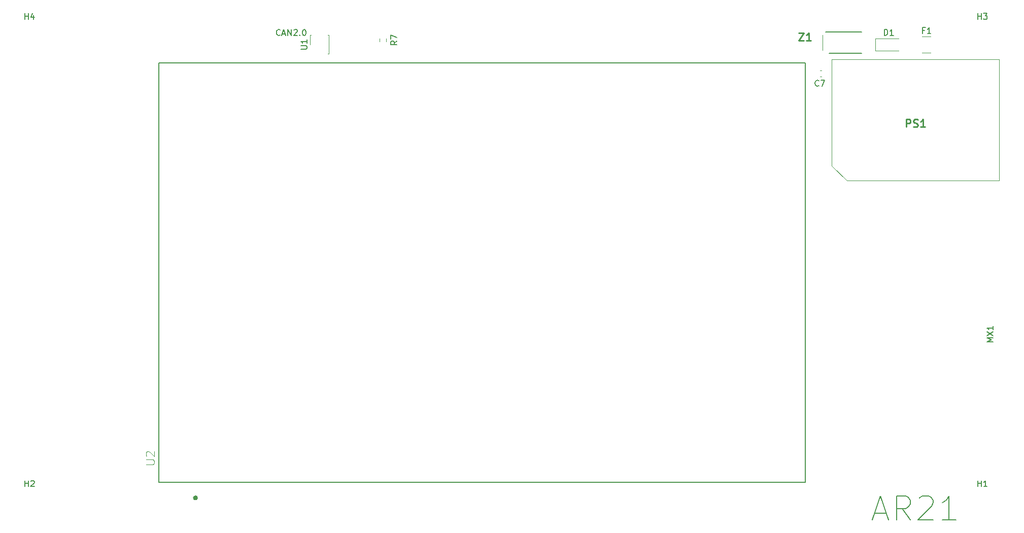
<source format=gbr>
%TF.GenerationSoftware,KiCad,Pcbnew,(5.1.8)-1*%
%TF.CreationDate,2021-01-17T18:30:32+01:00*%
%TF.ProjectId,teensy4_header_breakout,7465656e-7379-4345-9f68-65616465725f,rev?*%
%TF.SameCoordinates,Original*%
%TF.FileFunction,Legend,Top*%
%TF.FilePolarity,Positive*%
%FSLAX46Y46*%
G04 Gerber Fmt 4.6, Leading zero omitted, Abs format (unit mm)*
G04 Created by KiCad (PCBNEW (5.1.8)-1) date 2021-01-17 18:30:32*
%MOMM*%
%LPD*%
G01*
G04 APERTURE LIST*
%ADD10C,0.150000*%
%ADD11C,0.400000*%
%ADD12C,0.127000*%
%ADD13C,0.120000*%
%ADD14C,0.200000*%
%ADD15C,0.100000*%
%ADD16C,0.015000*%
%ADD17C,0.254000*%
G04 APERTURE END LIST*
D10*
X99766666Y-32615142D02*
X99719047Y-32662761D01*
X99576190Y-32710380D01*
X99480952Y-32710380D01*
X99338095Y-32662761D01*
X99242857Y-32567523D01*
X99195238Y-32472285D01*
X99147619Y-32281809D01*
X99147619Y-32138952D01*
X99195238Y-31948476D01*
X99242857Y-31853238D01*
X99338095Y-31758000D01*
X99480952Y-31710380D01*
X99576190Y-31710380D01*
X99719047Y-31758000D01*
X99766666Y-31805619D01*
X100147619Y-32424666D02*
X100623809Y-32424666D01*
X100052380Y-32710380D02*
X100385714Y-31710380D01*
X100719047Y-32710380D01*
X101052380Y-32710380D02*
X101052380Y-31710380D01*
X101623809Y-32710380D01*
X101623809Y-31710380D01*
X102052380Y-31805619D02*
X102100000Y-31758000D01*
X102195238Y-31710380D01*
X102433333Y-31710380D01*
X102528571Y-31758000D01*
X102576190Y-31805619D01*
X102623809Y-31900857D01*
X102623809Y-31996095D01*
X102576190Y-32138952D01*
X102004761Y-32710380D01*
X102623809Y-32710380D01*
X103052380Y-32615142D02*
X103100000Y-32662761D01*
X103052380Y-32710380D01*
X103004761Y-32662761D01*
X103052380Y-32615142D01*
X103052380Y-32710380D01*
X103719047Y-31710380D02*
X103814285Y-31710380D01*
X103909523Y-31758000D01*
X103957142Y-31805619D01*
X104004761Y-31900857D01*
X104052380Y-32091333D01*
X104052380Y-32329428D01*
X104004761Y-32519904D01*
X103957142Y-32615142D01*
X103909523Y-32662761D01*
X103814285Y-32710380D01*
X103719047Y-32710380D01*
X103623809Y-32662761D01*
X103576190Y-32615142D01*
X103528571Y-32519904D01*
X103480952Y-32329428D01*
X103480952Y-32091333D01*
X103528571Y-31900857D01*
X103576190Y-31805619D01*
X103623809Y-31758000D01*
X103719047Y-31710380D01*
X198978095Y-112426666D02*
X200882857Y-112426666D01*
X198597142Y-113569523D02*
X199930476Y-109569523D01*
X201263809Y-113569523D01*
X204882857Y-113569523D02*
X203549523Y-111664761D01*
X202597142Y-113569523D02*
X202597142Y-109569523D01*
X204120952Y-109569523D01*
X204501904Y-109760000D01*
X204692380Y-109950476D01*
X204882857Y-110331428D01*
X204882857Y-110902857D01*
X204692380Y-111283809D01*
X204501904Y-111474285D01*
X204120952Y-111664761D01*
X202597142Y-111664761D01*
X206406666Y-109950476D02*
X206597142Y-109760000D01*
X206978095Y-109569523D01*
X207930476Y-109569523D01*
X208311428Y-109760000D01*
X208501904Y-109950476D01*
X208692380Y-110331428D01*
X208692380Y-110712380D01*
X208501904Y-111283809D01*
X206216190Y-113569523D01*
X208692380Y-113569523D01*
X212501904Y-113569523D02*
X210216190Y-113569523D01*
X211359047Y-113569523D02*
X211359047Y-109569523D01*
X210978095Y-110140952D01*
X210597142Y-110521904D01*
X210216190Y-110712380D01*
D11*
%TO.C,U2*%
X85826200Y-109902800D02*
G75*
G03*
X85826200Y-109902800I-200000J0D01*
G01*
D12*
X187396200Y-37302800D02*
X187396200Y-107302800D01*
X79556200Y-37302800D02*
X187396200Y-37302800D01*
X79556200Y-107302800D02*
X79556200Y-37302800D01*
X187396200Y-107302800D02*
X79556200Y-107302800D01*
D13*
%TO.C,Z1*%
X190246000Y-32613600D02*
X190246000Y-35153600D01*
D14*
X191354000Y-35695600D02*
X196758000Y-35695600D01*
X196758000Y-32071600D02*
X190781000Y-32071600D01*
D13*
%TO.C,U1*%
X107884400Y-32653800D02*
X107734400Y-32653800D01*
X107884400Y-35773800D02*
X107884400Y-32653800D01*
X104764400Y-34213800D02*
X104764400Y-32653800D01*
X107884400Y-35773800D02*
X107734400Y-35773800D01*
X104764400Y-32653800D02*
X104914400Y-32653800D01*
%TO.C,R7*%
X116393700Y-33173576D02*
X116393700Y-33683024D01*
X117438700Y-33173576D02*
X117438700Y-33683024D01*
D15*
%TO.C,PS1*%
X194310000Y-56962200D02*
X191770000Y-54432200D01*
X191770000Y-36662200D02*
X219770000Y-36662200D01*
X219770000Y-36662200D02*
X219770000Y-56962200D01*
X219770000Y-56962200D02*
X194310000Y-56962200D01*
X191770000Y-54432200D02*
X191770000Y-36662200D01*
D13*
%TO.C,F1*%
X208343337Y-32833400D02*
X206895863Y-32833400D01*
X208343337Y-35543400D02*
X206895863Y-35543400D01*
%TO.C,D1*%
X199045000Y-33213800D02*
X199045000Y-35213800D01*
X199045000Y-35213800D02*
X202945000Y-35213800D01*
X199045000Y-33213800D02*
X202945000Y-33213800D01*
%TO.C,C7*%
X189826020Y-38555200D02*
X190107180Y-38555200D01*
X189826020Y-39575200D02*
X190107180Y-39575200D01*
%TO.C,U2*%
D16*
X77370533Y-104324466D02*
X78503866Y-104324466D01*
X78637200Y-104257800D01*
X78703866Y-104191133D01*
X78770533Y-104057800D01*
X78770533Y-103791133D01*
X78703866Y-103657800D01*
X78637200Y-103591133D01*
X78503866Y-103524466D01*
X77370533Y-103524466D01*
X77503866Y-102924466D02*
X77437200Y-102857800D01*
X77370533Y-102724466D01*
X77370533Y-102391133D01*
X77437200Y-102257800D01*
X77503866Y-102191133D01*
X77637200Y-102124466D01*
X77770533Y-102124466D01*
X77970533Y-102191133D01*
X78770533Y-102991133D01*
X78770533Y-102124466D01*
%TO.C,H4*%
D10*
X57167295Y-30005180D02*
X57167295Y-29005180D01*
X57167295Y-29481371D02*
X57738723Y-29481371D01*
X57738723Y-30005180D02*
X57738723Y-29005180D01*
X58643485Y-29338514D02*
X58643485Y-30005180D01*
X58405390Y-28957561D02*
X58167295Y-29671847D01*
X58786342Y-29671847D01*
%TO.C,H3*%
X216167295Y-30005180D02*
X216167295Y-29005180D01*
X216167295Y-29481371D02*
X216738723Y-29481371D01*
X216738723Y-30005180D02*
X216738723Y-29005180D01*
X217119676Y-29005180D02*
X217738723Y-29005180D01*
X217405390Y-29386133D01*
X217548247Y-29386133D01*
X217643485Y-29433752D01*
X217691104Y-29481371D01*
X217738723Y-29576609D01*
X217738723Y-29814704D01*
X217691104Y-29909942D01*
X217643485Y-29957561D01*
X217548247Y-30005180D01*
X217262533Y-30005180D01*
X217167295Y-29957561D01*
X217119676Y-29909942D01*
%TO.C,H2*%
X57167295Y-108005180D02*
X57167295Y-107005180D01*
X57167295Y-107481371D02*
X57738723Y-107481371D01*
X57738723Y-108005180D02*
X57738723Y-107005180D01*
X58167295Y-107100419D02*
X58214914Y-107052800D01*
X58310152Y-107005180D01*
X58548247Y-107005180D01*
X58643485Y-107052800D01*
X58691104Y-107100419D01*
X58738723Y-107195657D01*
X58738723Y-107290895D01*
X58691104Y-107433752D01*
X58119676Y-108005180D01*
X58738723Y-108005180D01*
%TO.C,H1*%
X216167295Y-108005180D02*
X216167295Y-107005180D01*
X216167295Y-107481371D02*
X216738723Y-107481371D01*
X216738723Y-108005180D02*
X216738723Y-107005180D01*
X217738723Y-108005180D02*
X217167295Y-108005180D01*
X217453009Y-108005180D02*
X217453009Y-107005180D01*
X217357771Y-107148038D01*
X217262533Y-107243276D01*
X217167295Y-107290895D01*
%TO.C,Z1*%
D17*
X186322304Y-32273723D02*
X187168971Y-32273723D01*
X186322304Y-33543723D01*
X187168971Y-33543723D01*
X188318019Y-33543723D02*
X187592304Y-33543723D01*
X187955161Y-33543723D02*
X187955161Y-32273723D01*
X187834209Y-32455152D01*
X187713257Y-32576104D01*
X187592304Y-32636580D01*
%TO.C,U1*%
D10*
X103226780Y-34975704D02*
X104036304Y-34975704D01*
X104131542Y-34928085D01*
X104179161Y-34880466D01*
X104226780Y-34785228D01*
X104226780Y-34594752D01*
X104179161Y-34499514D01*
X104131542Y-34451895D01*
X104036304Y-34404276D01*
X103226780Y-34404276D01*
X104226780Y-33404276D02*
X104226780Y-33975704D01*
X104226780Y-33689990D02*
X103226780Y-33689990D01*
X103369638Y-33785228D01*
X103464876Y-33880466D01*
X103512495Y-33975704D01*
%TO.C,R7*%
X119248180Y-33618466D02*
X118771990Y-33951800D01*
X119248180Y-34189895D02*
X118248180Y-34189895D01*
X118248180Y-33808942D01*
X118295800Y-33713704D01*
X118343419Y-33666085D01*
X118438657Y-33618466D01*
X118581514Y-33618466D01*
X118676752Y-33666085D01*
X118724371Y-33713704D01*
X118771990Y-33808942D01*
X118771990Y-34189895D01*
X118248180Y-33285133D02*
X118248180Y-32618466D01*
X119248180Y-33047038D01*
%TO.C,PS1*%
D17*
X204227857Y-47965723D02*
X204227857Y-46695723D01*
X204711666Y-46695723D01*
X204832619Y-46756200D01*
X204893095Y-46816676D01*
X204953571Y-46937628D01*
X204953571Y-47119057D01*
X204893095Y-47240009D01*
X204832619Y-47300485D01*
X204711666Y-47360961D01*
X204227857Y-47360961D01*
X205437380Y-47905247D02*
X205618809Y-47965723D01*
X205921190Y-47965723D01*
X206042142Y-47905247D01*
X206102619Y-47844771D01*
X206163095Y-47723819D01*
X206163095Y-47602866D01*
X206102619Y-47481914D01*
X206042142Y-47421438D01*
X205921190Y-47360961D01*
X205679285Y-47300485D01*
X205558333Y-47240009D01*
X205497857Y-47179533D01*
X205437380Y-47058580D01*
X205437380Y-46937628D01*
X205497857Y-46816676D01*
X205558333Y-46756200D01*
X205679285Y-46695723D01*
X205981666Y-46695723D01*
X206163095Y-46756200D01*
X207372619Y-47965723D02*
X206646904Y-47965723D01*
X207009761Y-47965723D02*
X207009761Y-46695723D01*
X206888809Y-46877152D01*
X206767857Y-46998104D01*
X206646904Y-47058580D01*
%TO.C,MX1*%
D10*
X218739980Y-83861114D02*
X217739980Y-83861114D01*
X218454266Y-83527780D01*
X217739980Y-83194447D01*
X218739980Y-83194447D01*
X217739980Y-82813495D02*
X218739980Y-82146828D01*
X217739980Y-82146828D02*
X218739980Y-82813495D01*
X218739980Y-81242066D02*
X218739980Y-81813495D01*
X218739980Y-81527780D02*
X217739980Y-81527780D01*
X217882838Y-81623019D01*
X217978076Y-81718257D01*
X218025695Y-81813495D01*
%TO.C,F1*%
X207286266Y-31856371D02*
X206952933Y-31856371D01*
X206952933Y-32380180D02*
X206952933Y-31380180D01*
X207429123Y-31380180D01*
X208333885Y-32380180D02*
X207762457Y-32380180D01*
X208048171Y-32380180D02*
X208048171Y-31380180D01*
X207952933Y-31523038D01*
X207857695Y-31618276D01*
X207762457Y-31665895D01*
%TO.C,D1*%
X200556904Y-32666180D02*
X200556904Y-31666180D01*
X200795000Y-31666180D01*
X200937857Y-31713800D01*
X201033095Y-31809038D01*
X201080714Y-31904276D01*
X201128333Y-32094752D01*
X201128333Y-32237609D01*
X201080714Y-32428085D01*
X201033095Y-32523323D01*
X200937857Y-32618561D01*
X200795000Y-32666180D01*
X200556904Y-32666180D01*
X202080714Y-32666180D02*
X201509285Y-32666180D01*
X201795000Y-32666180D02*
X201795000Y-31666180D01*
X201699761Y-31809038D01*
X201604523Y-31904276D01*
X201509285Y-31951895D01*
%TO.C,C7*%
X189647533Y-41073342D02*
X189599914Y-41120961D01*
X189457057Y-41168580D01*
X189361819Y-41168580D01*
X189218961Y-41120961D01*
X189123723Y-41025723D01*
X189076104Y-40930485D01*
X189028485Y-40740009D01*
X189028485Y-40597152D01*
X189076104Y-40406676D01*
X189123723Y-40311438D01*
X189218961Y-40216200D01*
X189361819Y-40168580D01*
X189457057Y-40168580D01*
X189599914Y-40216200D01*
X189647533Y-40263819D01*
X189980866Y-40168580D02*
X190647533Y-40168580D01*
X190218961Y-41168580D01*
%TD*%
M02*

</source>
